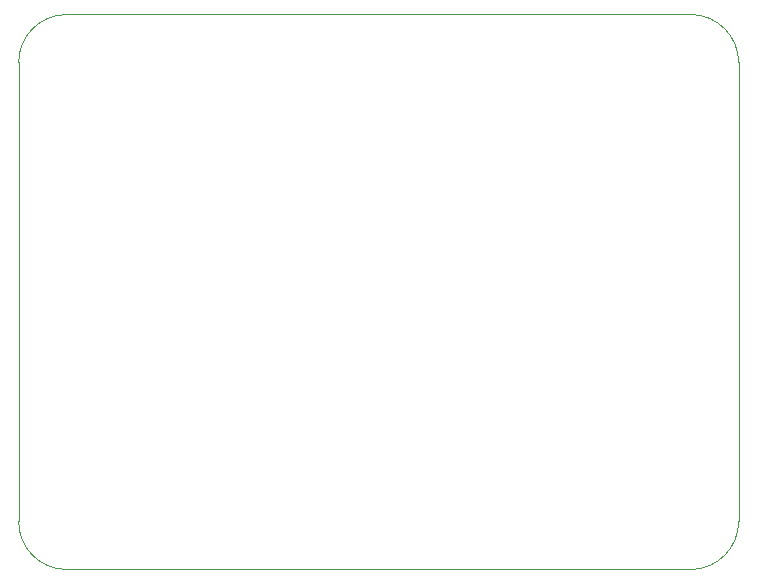
<source format=gbr>
%TF.GenerationSoftware,KiCad,Pcbnew,(6.0.0)*%
%TF.CreationDate,2022-01-04T00:38:58-05:00*%
%TF.ProjectId,4x relay board,34782072-656c-4617-9920-626f6172642e,rev?*%
%TF.SameCoordinates,Original*%
%TF.FileFunction,Profile,NP*%
%FSLAX46Y46*%
G04 Gerber Fmt 4.6, Leading zero omitted, Abs format (unit mm)*
G04 Created by KiCad (PCBNEW (6.0.0)) date 2022-01-04 00:38:58*
%MOMM*%
%LPD*%
G01*
G04 APERTURE LIST*
%TA.AperFunction,Profile*%
%ADD10C,0.100000*%
%TD*%
G04 APERTURE END LIST*
D10*
X129794000Y-44450000D02*
X182626000Y-44450000D01*
X125730000Y-87376000D02*
X125730000Y-48514000D01*
X129794000Y-44450000D02*
G75*
G03*
X125730000Y-48514000I0J-4064000D01*
G01*
X186690000Y-48514000D02*
X186690000Y-87376000D01*
X182626000Y-91440000D02*
X129794000Y-91440000D01*
X125730000Y-87376000D02*
G75*
G03*
X129794000Y-91440000I4064000J0D01*
G01*
X186690000Y-48514000D02*
G75*
G03*
X182626000Y-44450000I-4064000J0D01*
G01*
X182626000Y-91440000D02*
G75*
G03*
X186690000Y-87376000I0J4064000D01*
G01*
M02*

</source>
